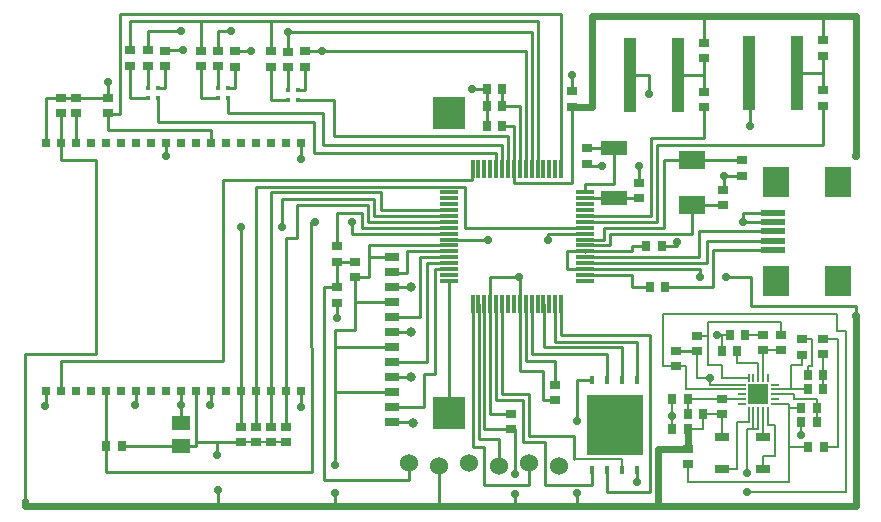
<source format=gtl>
G75*
G70*
%OFA0B0*%
%FSLAX24Y24*%
%IPPOS*%
%LPD*%
%AMOC8*
5,1,8,0,0,1.08239X$1,22.5*
%
%ADD10R,0.0256X0.0315*%
%ADD11R,0.0591X0.0118*%
%ADD12R,0.0118X0.0591*%
%ADD13R,0.0276X0.0079*%
%ADD14R,0.0079X0.0276*%
%ADD15R,0.0650X0.0650*%
%ADD16R,0.0866X0.0984*%
%ADD17R,0.0787X0.0197*%
%ADD18R,0.0394X0.2500*%
%ADD19R,0.0177X0.0177*%
%ADD20R,0.1095X0.1095*%
%ADD21C,0.0600*%
%ADD22R,0.0354X0.0276*%
%ADD23R,0.0276X0.0354*%
%ADD24R,0.0472X0.0256*%
%ADD25R,0.0591X0.0512*%
%ADD26R,0.1900X0.2000*%
%ADD27R,0.0140X0.0300*%
%ADD28R,0.0906X0.0630*%
%ADD29R,0.0866X0.0512*%
%ADD30R,0.0500X0.0250*%
%ADD31C,0.0070*%
%ADD32C,0.0280*%
%ADD33C,0.0100*%
%ADD34C,0.0080*%
%ADD35C,0.0320*%
%ADD36C,0.0240*%
D10*
X011921Y012634D03*
X011421Y012634D03*
X010921Y012634D03*
X010421Y012634D03*
X009921Y012634D03*
X009421Y012634D03*
X008921Y012634D03*
X008421Y012634D03*
X007921Y012634D03*
X007421Y012634D03*
X006921Y012634D03*
X006421Y012634D03*
X005921Y012634D03*
X005421Y012634D03*
X004921Y012634D03*
X004421Y012634D03*
X003921Y012634D03*
X003421Y012634D03*
X003421Y004366D03*
X003921Y004366D03*
X004421Y004366D03*
X004921Y004366D03*
X005421Y004366D03*
X005921Y004366D03*
X006421Y004366D03*
X006921Y004366D03*
X007421Y004366D03*
X007921Y004366D03*
X008421Y004366D03*
X008921Y004366D03*
X009421Y004366D03*
X009921Y004366D03*
X010421Y004366D03*
X010921Y004366D03*
X011421Y004366D03*
X011921Y004366D03*
D11*
X016846Y010976D03*
X016846Y010780D03*
X016846Y010583D03*
X016846Y010386D03*
X016846Y010189D03*
X016846Y009992D03*
X016846Y009795D03*
X016846Y009598D03*
X016846Y009402D03*
X016846Y009205D03*
X016846Y009008D03*
X016846Y008811D03*
X016846Y008614D03*
X016846Y008417D03*
X016846Y008220D03*
X016846Y008024D03*
X021374Y008024D03*
X021374Y008220D03*
X021374Y008417D03*
X021374Y008614D03*
X021374Y008811D03*
X021374Y009008D03*
X021374Y009205D03*
X021374Y009402D03*
X021374Y009598D03*
X021374Y009795D03*
X021374Y009992D03*
X021374Y010189D03*
X021374Y010386D03*
X021374Y010583D03*
X021374Y010780D03*
X021374Y010976D03*
D12*
X017634Y007236D03*
X017830Y007236D03*
X018027Y007236D03*
X018224Y007236D03*
X018421Y007236D03*
X018618Y007236D03*
X018815Y007236D03*
X019012Y007236D03*
X019208Y007236D03*
X019405Y007236D03*
X019602Y007236D03*
X019799Y007236D03*
X019996Y007236D03*
X020193Y007236D03*
X020390Y007236D03*
X020586Y007236D03*
X020586Y011764D03*
X020390Y011764D03*
X020193Y011764D03*
X019996Y011764D03*
X019799Y011764D03*
X019602Y011764D03*
X019405Y011764D03*
X019208Y011764D03*
X019012Y011764D03*
X018815Y011764D03*
X018618Y011764D03*
X018421Y011764D03*
X018224Y011764D03*
X018027Y011764D03*
X017830Y011764D03*
X017634Y011764D03*
D13*
X026599Y004565D03*
X026599Y004407D03*
X026599Y004250D03*
X026599Y004093D03*
X026599Y003935D03*
X027701Y003935D03*
X027701Y004093D03*
X027701Y004250D03*
X027701Y004407D03*
X027701Y004565D03*
D14*
X026835Y003699D03*
X026993Y003699D03*
X027150Y003699D03*
X027307Y003699D03*
X027465Y003699D03*
X027465Y004801D03*
X027307Y004801D03*
X027150Y004801D03*
X026993Y004801D03*
X026835Y004801D03*
D15*
X027150Y004250D03*
D16*
X027733Y008016D03*
X027733Y011324D03*
X029819Y008016D03*
X029819Y011324D03*
D17*
X027634Y009040D03*
X027634Y009355D03*
X027634Y009670D03*
X027634Y009985D03*
X027634Y010300D03*
D18*
X026859Y014940D03*
X028461Y014936D03*
X022869Y014890D03*
X024471Y014886D03*
D19*
X007147Y014113D03*
X006813Y014113D03*
X006813Y014447D03*
X007147Y014447D03*
X009487Y014133D03*
X009153Y014133D03*
X009153Y014467D03*
X009487Y014467D03*
X011807Y014043D03*
X011473Y014043D03*
X011473Y014377D03*
X011807Y014377D03*
D20*
X016840Y003630D03*
X016840Y013630D03*
D21*
X015530Y001950D03*
X016530Y001850D03*
X017530Y001950D03*
X018530Y001850D03*
X019530Y001950D03*
X020530Y001850D03*
D22*
X025110Y005684D03*
X025110Y006196D03*
X028610Y005564D03*
X028610Y006076D03*
X025950Y004096D03*
X025950Y003584D03*
X029330Y005584D03*
X029330Y006096D03*
X024430Y005686D03*
X024430Y005174D03*
X027910Y005704D03*
X027910Y006216D03*
X027310Y006216D03*
X027310Y005704D03*
X013730Y008666D03*
X013730Y008154D03*
X013130Y009176D03*
X013130Y008664D03*
X020950Y014336D03*
X020950Y013824D03*
X013130Y007294D03*
X013130Y007806D03*
X018920Y003586D03*
X018920Y003074D03*
X020380Y004044D03*
X020380Y004556D03*
X011430Y003166D03*
X011430Y002654D03*
X010920Y003166D03*
X010920Y002654D03*
X010420Y003166D03*
X010420Y002654D03*
X009900Y003166D03*
X009900Y002654D03*
X005490Y014116D03*
X005490Y013604D03*
X004420Y014116D03*
X004420Y013604D03*
X003920Y014116D03*
X003920Y013604D03*
X025340Y015454D03*
X025340Y015966D03*
X025340Y013814D03*
X025340Y014326D03*
X029330Y015524D03*
X029330Y016036D03*
X029320Y013864D03*
X029320Y014376D03*
X011480Y015666D03*
X011480Y015154D03*
X012040Y015676D03*
X012040Y015164D03*
X010900Y015676D03*
X010900Y015164D03*
X009150Y015686D03*
X009150Y015174D03*
X009730Y015676D03*
X009730Y015164D03*
X008590Y015696D03*
X008590Y015184D03*
X006810Y015706D03*
X006810Y015194D03*
X007380Y015696D03*
X007380Y015184D03*
X006200Y015706D03*
X006200Y015194D03*
X024800Y001904D03*
X024800Y002416D03*
X026600Y011534D03*
X026600Y012046D03*
X025990Y011056D03*
X025990Y010544D03*
X021460Y011924D03*
X021460Y012436D03*
X023190Y011296D03*
X023190Y010784D03*
D23*
X024294Y003070D03*
X024806Y003070D03*
X028814Y004410D03*
X029326Y004410D03*
X026446Y005690D03*
X025934Y005690D03*
X026204Y006220D03*
X026716Y006220D03*
X024804Y003580D03*
X025316Y003580D03*
X024294Y004070D03*
X024806Y004070D03*
X029106Y003780D03*
X028594Y003780D03*
X028594Y003310D03*
X029106Y003310D03*
X029336Y002470D03*
X028824Y002470D03*
X028814Y004890D03*
X029326Y004890D03*
X023936Y009170D03*
X023424Y009170D03*
X018104Y014420D03*
X018616Y014420D03*
X018114Y013860D03*
X018626Y013860D03*
X018104Y013200D03*
X018616Y013200D03*
X005424Y002520D03*
X005936Y002520D03*
X023534Y007810D03*
X024046Y007810D03*
D24*
X025950Y001739D03*
X025950Y002821D03*
X027310Y002821D03*
X027310Y001739D03*
D25*
X007920Y003274D03*
X007920Y002526D03*
D26*
X022380Y003220D03*
D27*
X021630Y001720D03*
X022130Y001720D03*
X022630Y001720D03*
X023130Y001720D03*
X023130Y004720D03*
X022630Y004720D03*
X022130Y004720D03*
X021630Y004720D03*
D28*
X024940Y010542D03*
X024940Y012038D03*
D29*
X022350Y012437D03*
X022350Y010783D03*
D30*
X014960Y008810D03*
X014960Y008310D03*
X014960Y007810D03*
X014960Y007310D03*
X014960Y006810D03*
X014960Y006310D03*
X014960Y005810D03*
X014960Y005310D03*
X014960Y004810D03*
X014960Y004310D03*
X014960Y003810D03*
X014960Y003310D03*
D31*
X027150Y004801D02*
X027150Y005280D01*
X026450Y005280D01*
X026450Y005690D01*
X026446Y005690D01*
X027310Y006216D02*
X027310Y006220D01*
X026716Y006220D01*
X028594Y003310D02*
X028580Y003280D01*
X028580Y002880D01*
X026599Y004565D02*
X025550Y004565D01*
X025550Y004790D01*
X025110Y005684D02*
X025110Y004790D01*
X025550Y004790D01*
X025934Y005690D02*
X025934Y006220D01*
X025780Y006220D01*
X026204Y006220D01*
X024294Y004070D02*
X024290Y004070D01*
X024290Y003530D01*
X024290Y003074D01*
X024294Y003070D01*
X026835Y004801D02*
X025960Y004801D01*
X025960Y005220D01*
X025470Y005220D01*
X025470Y006196D02*
X025470Y006640D01*
X027910Y006640D01*
X027910Y006216D01*
X025110Y006196D02*
X025470Y006196D01*
X025470Y005220D01*
X027307Y004801D02*
X027310Y004801D01*
X027310Y005704D01*
X027910Y005704D01*
X027307Y003699D02*
X027307Y002824D01*
X027310Y002821D01*
X027730Y002190D02*
X027310Y002190D01*
X027310Y001739D01*
X027465Y003699D02*
X027465Y003230D01*
X027730Y003230D01*
X027730Y002190D01*
X026835Y003699D02*
X026835Y003310D01*
X026440Y003310D01*
X026440Y001739D01*
X025950Y001739D01*
X027701Y004250D02*
X028360Y004250D01*
X028360Y004090D01*
X029106Y004090D01*
X029106Y003780D01*
X029106Y003310D01*
X029330Y006096D02*
X029820Y006096D01*
X029820Y002470D01*
X029336Y002470D01*
X029330Y005584D02*
X029326Y005584D01*
X029326Y004890D01*
X029326Y004410D01*
X027701Y003935D02*
X028190Y003935D01*
X028190Y003780D01*
X028594Y003780D01*
X028824Y002470D02*
X028190Y002470D01*
X028190Y003780D01*
X024800Y001904D02*
X024800Y001310D01*
X028180Y001310D01*
X028180Y002470D01*
X028190Y002470D01*
X028814Y004890D02*
X028814Y005200D01*
X028960Y005200D01*
X028960Y006076D01*
X028610Y006076D01*
X027701Y004410D02*
X027701Y004407D01*
X028250Y004410D02*
X028814Y004410D01*
X028610Y005564D02*
X028610Y005210D01*
X028250Y005210D01*
X028250Y004410D01*
X027701Y004410D01*
X026599Y004407D02*
X024750Y004407D01*
X024750Y005170D01*
X024430Y005170D01*
X027150Y003699D02*
X027150Y003090D01*
X026790Y003090D02*
X027010Y003090D01*
X027150Y003090D01*
X026790Y003090D02*
X026790Y001630D01*
X024430Y005174D02*
X024430Y005170D01*
X023990Y005170D01*
X023990Y006920D01*
X029790Y006920D01*
X029790Y006360D01*
X030090Y006360D01*
X030090Y000970D01*
X026790Y000970D01*
X026993Y003699D02*
X026993Y003107D01*
X027010Y003090D01*
X026599Y004093D02*
X025950Y004093D01*
X025950Y004096D01*
X024806Y004070D02*
X025950Y004070D01*
X025950Y004096D01*
X025950Y003584D02*
X025950Y002821D01*
X022630Y001720D02*
X022630Y002070D01*
X021010Y002070D01*
D32*
X028580Y002880D03*
X003390Y003850D03*
X006390Y003900D03*
X007910Y003900D03*
X011900Y003830D03*
X008870Y003890D03*
X025550Y004790D03*
X025780Y006220D03*
X017600Y014430D03*
X026880Y013180D03*
X027150Y004250D03*
X024290Y003530D03*
X005490Y014650D03*
X011920Y012070D03*
X024460Y009310D03*
X026650Y009990D03*
X007430Y012190D03*
X018150Y009400D03*
X020160Y009390D03*
X023120Y001320D03*
X023500Y014250D03*
X020950Y014890D03*
X026000Y011530D03*
X021940Y011850D03*
X023180Y011850D03*
X013130Y006770D03*
X019190Y008150D03*
X026790Y001630D03*
X026790Y000970D03*
X009920Y009810D03*
X011290Y009810D03*
X013630Y009980D03*
X012390Y009980D03*
X007990Y015720D03*
X012600Y015676D03*
X010250Y015676D03*
X007930Y016340D03*
X009580Y016340D03*
X011480Y016330D03*
X030420Y006850D03*
X009130Y002230D03*
X009140Y001060D03*
X030420Y012180D03*
X021110Y003360D03*
X021110Y000950D03*
X013050Y001870D03*
X013050Y000940D03*
X025200Y008150D03*
X026080Y008150D03*
X019040Y000920D03*
X019040Y001580D03*
D33*
X003421Y012634D02*
X003421Y014116D01*
X003920Y014116D01*
X004420Y014116D01*
X003421Y004366D02*
X003421Y003850D01*
X003390Y003850D01*
X006421Y004366D02*
X006421Y003900D01*
X006390Y003900D01*
X007921Y004366D02*
X007921Y003900D01*
X007910Y003900D01*
X007910Y003156D01*
X011921Y004366D02*
X011921Y003830D01*
X011900Y003830D01*
X008921Y004366D02*
X008921Y003890D01*
X008870Y003890D01*
X018104Y013200D02*
X018114Y013200D01*
X018114Y013860D01*
X018104Y013860D01*
X018104Y014420D01*
X018104Y014430D01*
X017600Y014430D01*
X026859Y014940D02*
X026880Y014940D01*
X026880Y013180D01*
X005490Y014650D02*
X005490Y014116D01*
X004420Y014116D01*
X011921Y012634D02*
X011921Y012070D01*
X011920Y012070D01*
X024430Y005686D02*
X024430Y005685D01*
X024431Y005684D01*
X024432Y005684D01*
X025110Y005684D01*
X023936Y009170D02*
X024460Y009170D01*
X024460Y009310D01*
X027634Y010300D02*
X026650Y010300D01*
X026650Y009990D01*
X027634Y009990D01*
X027634Y009985D01*
X007421Y012634D02*
X007430Y012634D01*
X007430Y012190D01*
X016846Y009402D02*
X017840Y009402D01*
X018150Y009400D01*
X021374Y009598D02*
X020160Y009598D01*
X020160Y009390D01*
X023130Y001720D02*
X023130Y001320D01*
X023120Y001320D01*
X022869Y014890D02*
X023500Y014890D01*
X023500Y014250D01*
X020950Y014336D02*
X020950Y014890D01*
X026650Y010094D02*
X026650Y009990D01*
X025990Y011056D02*
X026000Y011056D01*
X026000Y011530D01*
X026600Y011530D01*
X026600Y011534D01*
X021460Y011924D02*
X021460Y011850D01*
X021940Y011850D01*
X023190Y011296D02*
X023190Y011850D01*
X023180Y011850D01*
X013130Y007294D02*
X013130Y006770D01*
X019208Y007236D02*
X019208Y005020D01*
X019990Y005020D01*
X019990Y004044D01*
X020380Y004044D01*
X019208Y007236D02*
X019208Y008150D01*
X019190Y008150D01*
X018224Y007236D02*
X018224Y003586D01*
X018920Y003586D01*
X018224Y007236D02*
X018224Y008150D01*
X019190Y008150D01*
X015580Y007810D02*
X014960Y007810D01*
X014960Y006310D02*
X015580Y006310D01*
X014960Y003310D02*
X015640Y003310D01*
X015640Y003300D01*
X015580Y004810D02*
X014960Y004810D01*
X016846Y008024D02*
X016840Y008024D01*
X016840Y003630D01*
X013130Y009176D02*
X013130Y010280D01*
X013950Y010280D01*
X013950Y009795D01*
X016846Y009795D01*
X019405Y007236D02*
X019405Y005340D01*
X020390Y005340D01*
X020390Y004556D01*
X020380Y004556D01*
X018626Y013860D02*
X019208Y013860D01*
X019208Y011764D01*
X018616Y014420D02*
X018626Y014420D01*
X018626Y013860D01*
X013130Y008664D02*
X013130Y007806D01*
X012670Y007806D01*
X012670Y001380D01*
X015530Y001380D01*
X015530Y001950D01*
X013730Y008666D02*
X013130Y008666D01*
X013130Y008664D01*
X018530Y001850D02*
X018530Y002740D01*
X017840Y002740D01*
X017840Y007236D01*
X017830Y007236D01*
X017634Y007236D02*
X017634Y002500D01*
X018000Y002500D01*
X018000Y001220D01*
X019530Y001220D01*
X019530Y001950D01*
X005490Y013604D02*
X005490Y013060D01*
X008920Y013060D01*
X008920Y012634D01*
X008921Y012634D01*
X005880Y016920D02*
X005880Y013590D01*
X005490Y013590D01*
X005490Y013604D01*
X020586Y011764D02*
X020586Y016920D01*
X005880Y016920D01*
X004420Y013604D02*
X004420Y012634D01*
X004421Y012634D01*
X003921Y004366D02*
X003921Y005350D01*
X009320Y005350D01*
X009320Y011370D01*
X017630Y011370D01*
X017630Y011764D01*
X017634Y011764D01*
X011807Y014043D02*
X013010Y014043D01*
X013010Y012850D01*
X018815Y012850D01*
X018815Y011764D01*
X009487Y014133D02*
X009487Y013630D01*
X012650Y013630D01*
X012650Y012560D01*
X018610Y012560D01*
X018610Y011764D01*
X018618Y011764D01*
X007147Y014113D02*
X007147Y013310D01*
X012340Y013310D01*
X012340Y012280D01*
X018420Y012280D01*
X018420Y011764D01*
X018421Y011764D01*
X010920Y003166D02*
X010920Y004366D01*
X010921Y004366D01*
X010921Y010970D01*
X014580Y010970D01*
X014580Y010386D01*
X016846Y010386D01*
X009900Y003166D02*
X009900Y004366D01*
X009921Y004366D01*
X009921Y009810D01*
X009920Y009810D01*
X011290Y009810D02*
X011290Y010760D01*
X014360Y010760D01*
X014360Y010189D01*
X016846Y010189D01*
X011430Y003166D02*
X011430Y004366D01*
X011421Y004366D01*
X011421Y009440D01*
X011790Y009440D01*
X016846Y009992D02*
X014150Y009992D01*
X014150Y010550D01*
X011790Y010550D01*
X011790Y009440D01*
X005421Y004366D02*
X005424Y004366D01*
X005424Y002520D01*
X005430Y002640D01*
X016846Y009598D02*
X013630Y009598D01*
X013630Y009980D01*
X012390Y009980D02*
X012260Y009980D01*
X012270Y001640D01*
X005424Y001640D01*
X005424Y002520D01*
X018421Y007236D02*
X018421Y004060D01*
X019330Y004060D01*
X019330Y002650D01*
X020050Y002650D01*
X020050Y001220D01*
X021630Y001220D01*
X021630Y001720D01*
X022630Y004720D02*
X022630Y005810D01*
X020000Y005810D01*
X020000Y007236D01*
X019996Y007236D01*
X020390Y007236D02*
X020390Y006000D01*
X023130Y006000D01*
X023130Y004720D01*
X022130Y001720D02*
X022130Y000990D01*
X023550Y000990D01*
X023550Y006210D01*
X020590Y006210D01*
X020590Y007236D01*
X020586Y007236D01*
X010420Y003166D02*
X010420Y004366D01*
X010421Y004366D01*
X010421Y009520D01*
X010420Y009530D01*
X010420Y011160D01*
X017370Y011160D01*
X017370Y009795D01*
X021374Y009795D01*
X021374Y009992D02*
X023770Y009992D01*
X023770Y012560D01*
X029320Y012560D01*
X029320Y013864D01*
X027634Y009670D02*
X025170Y009670D01*
X025170Y008810D01*
X021374Y008810D01*
X021374Y008811D01*
X021374Y008614D02*
X025440Y008614D01*
X025440Y009350D01*
X027634Y009350D01*
X027634Y009355D01*
X027634Y009040D02*
X025660Y009040D01*
X024046Y007810D02*
X025660Y007810D01*
X025660Y009040D01*
X021374Y008220D02*
X021374Y008220D01*
X021374Y008220D01*
X021374Y008220D01*
X022960Y008220D01*
X022960Y007810D01*
X023534Y007810D01*
X029320Y014376D02*
X029320Y014936D01*
X028461Y014936D01*
X029320Y014936D02*
X029320Y015524D01*
X029330Y015524D01*
X025340Y014326D02*
X025340Y014886D01*
X024471Y014886D01*
X025340Y014886D02*
X025340Y015454D01*
X021374Y010189D02*
X023570Y010189D01*
X023570Y012790D01*
X025340Y012790D01*
X025340Y013814D01*
X006813Y014113D02*
X006200Y014113D01*
X006200Y015194D01*
X007147Y014447D02*
X007380Y014447D01*
X007380Y015184D01*
X006813Y014447D02*
X006810Y014447D01*
X006810Y015194D01*
X009153Y014133D02*
X008590Y014133D01*
X008590Y015184D01*
X009487Y014467D02*
X009730Y014467D01*
X009730Y015164D01*
X009150Y015174D02*
X009153Y015174D01*
X009153Y014467D01*
X011473Y014043D02*
X010900Y014043D01*
X010900Y015164D01*
X011807Y014377D02*
X012040Y014377D01*
X012040Y015164D01*
X011473Y014377D02*
X011480Y014377D01*
X011480Y015154D01*
X010900Y015676D02*
X010900Y016680D01*
X019799Y011764D02*
X019800Y011764D01*
X006200Y015706D02*
X006200Y016670D01*
X008590Y016670D01*
X010900Y016680D01*
X008590Y016670D02*
X008590Y015696D01*
X010900Y016680D02*
X019799Y016680D01*
X019799Y011764D01*
X012600Y015676D02*
X012040Y015676D01*
X007380Y015696D02*
X007380Y015720D01*
X007990Y015720D01*
X009730Y015676D02*
X010250Y015676D01*
X012600Y015676D02*
X019405Y015676D01*
X019405Y011764D01*
X011480Y015666D02*
X011480Y016330D01*
X006810Y015706D02*
X006810Y016340D01*
X007930Y016340D01*
X009150Y015686D02*
X009150Y016340D01*
X009580Y016340D01*
X011480Y016330D02*
X019602Y016330D01*
X019602Y011764D01*
X018616Y013200D02*
X019012Y013200D01*
X019012Y011764D01*
X021374Y009000D02*
X021374Y009008D01*
X022950Y009008D01*
X022950Y009180D01*
X023424Y009180D01*
X023424Y009170D01*
X008421Y004366D02*
X008421Y002644D01*
X009900Y002644D02*
X009900Y002654D01*
X003920Y013604D02*
X003920Y012634D01*
X003921Y012634D01*
X019510Y000520D02*
X019530Y000520D01*
X002700Y000680D02*
X002700Y005570D01*
X009900Y002644D02*
X009130Y002644D01*
X009130Y002230D01*
X009140Y001060D02*
X009140Y000520D01*
X009130Y002644D02*
X008421Y002644D01*
X020950Y013824D02*
X020950Y011270D01*
X019010Y011270D01*
X019010Y011764D01*
X019012Y011764D01*
X025340Y015966D02*
X025340Y016840D01*
X025370Y016840D01*
X029330Y016036D02*
X029330Y016840D01*
X029340Y016840D01*
X016530Y001850D02*
X016530Y000520D01*
X016550Y000520D01*
X020770Y008417D02*
X020770Y009010D01*
X021374Y009010D01*
X021374Y009008D01*
X021630Y004720D02*
X021110Y004720D01*
X021110Y003360D01*
X021110Y000950D02*
X021110Y000520D01*
X013730Y007310D02*
X013730Y006390D01*
X013060Y006390D01*
X013060Y001870D02*
X013060Y004310D01*
X013060Y005810D01*
X013050Y001870D02*
X013060Y001870D01*
X013050Y000940D02*
X013050Y000520D01*
X013040Y000520D01*
X021374Y008417D02*
X025200Y008417D01*
X025200Y008150D01*
X026080Y008150D02*
X026920Y008150D01*
X026920Y007200D01*
X030420Y007200D01*
X030420Y006850D01*
X021374Y008417D02*
X020770Y008417D01*
X016846Y009205D02*
X014170Y009205D01*
X014170Y008810D02*
X014170Y008160D01*
X013730Y008160D01*
X013730Y008154D01*
X018027Y007236D02*
X018027Y003074D01*
X019040Y000920D02*
X019040Y000520D01*
X018920Y003074D02*
X019040Y003074D01*
X019040Y001580D01*
X018920Y003074D02*
X018027Y003074D01*
X002700Y005570D02*
X005070Y005570D01*
X005070Y012050D01*
X003921Y012050D01*
X003921Y012634D01*
X005936Y002520D02*
X007920Y002520D01*
X007920Y002526D01*
X008421Y002526D01*
X008421Y002644D01*
X014960Y008810D02*
X014170Y008810D01*
X014170Y009205D01*
X014960Y007310D02*
X013730Y007310D01*
X013730Y008154D01*
X014960Y005810D02*
X013060Y005810D01*
X013060Y006390D01*
X013060Y004310D02*
X014960Y004310D01*
X019602Y007236D02*
X019602Y005570D01*
X022130Y005570D01*
X022130Y004720D01*
X021010Y002070D02*
X021010Y002840D01*
X019510Y002840D01*
X019510Y004250D01*
X018618Y004250D01*
X018618Y007236D01*
X021374Y009205D02*
X022230Y009205D01*
X022230Y009590D01*
X024940Y009590D01*
X024940Y010542D01*
X025990Y010542D01*
X025990Y010544D01*
X024940Y012038D02*
X024000Y012038D01*
X024000Y009790D01*
X022000Y009790D01*
X022000Y009400D01*
X021374Y009400D01*
X021374Y009402D01*
X026600Y012046D02*
X024940Y012046D01*
X024940Y012038D01*
X016846Y009008D02*
X015450Y009008D01*
X015450Y008300D01*
X014960Y008300D01*
X014960Y008310D01*
X016846Y008811D02*
X015880Y008811D01*
X015880Y006810D01*
X014960Y006810D01*
X016846Y008614D02*
X016110Y008614D01*
X016110Y005320D01*
X014960Y005320D01*
X014960Y005310D01*
X016846Y008417D02*
X016370Y008417D01*
X016370Y004910D01*
X016030Y004910D01*
X016030Y003810D01*
X014960Y003810D01*
X021374Y010780D02*
X022350Y010780D01*
X022350Y010783D01*
X023190Y010783D01*
X023190Y010784D01*
X022350Y012437D02*
X021460Y012437D01*
X021460Y012436D01*
X022350Y012437D02*
X022350Y011250D01*
X021380Y011250D01*
X021380Y010976D01*
X021374Y010976D01*
D34*
X007921Y003156D02*
X007920Y003274D01*
X007910Y003156D01*
X024804Y003580D02*
X024806Y003580D01*
X024806Y004070D01*
X025316Y003580D02*
X025950Y003580D01*
X025950Y003584D01*
X024806Y003070D02*
X025316Y003070D01*
X025316Y003580D01*
X009900Y002654D02*
X010420Y002654D01*
X010920Y002654D01*
X011430Y002654D01*
D35*
X015580Y007810D03*
X015580Y006310D03*
X015640Y003300D03*
X015580Y004810D03*
D36*
X030420Y006850D02*
X030420Y000520D01*
X019510Y000520D02*
X021110Y000520D01*
X023830Y000520D01*
X030420Y000520D01*
X024800Y002416D02*
X023830Y002416D01*
X023830Y000520D01*
X024806Y003070D02*
X024800Y003070D01*
X024800Y002416D01*
X002700Y000680D02*
X002700Y000520D01*
X009140Y000520D01*
X013040Y000520D01*
X016550Y000520D01*
X019040Y000520D01*
X019510Y000520D01*
X030420Y012180D02*
X030420Y016840D01*
X029340Y016840D01*
X025370Y016840D01*
X021620Y016840D01*
X021620Y013824D01*
X020950Y013824D01*
M02*

</source>
